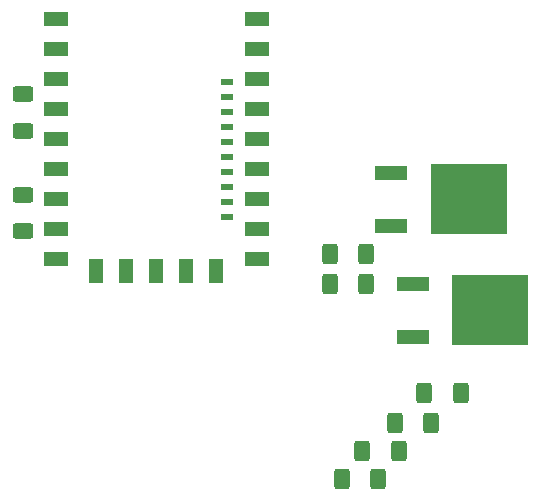
<source format=gbr>
%TF.GenerationSoftware,KiCad,Pcbnew,9.0.6*%
%TF.CreationDate,2026-01-14T19:17:06+00:00*%
%TF.ProjectId,Cinder,43696e64-6572-42e6-9b69-6361645f7063,rev?*%
%TF.SameCoordinates,Original*%
%TF.FileFunction,Paste,Bot*%
%TF.FilePolarity,Positive*%
%FSLAX46Y46*%
G04 Gerber Fmt 4.6, Leading zero omitted, Abs format (unit mm)*
G04 Created by KiCad (PCBNEW 9.0.6) date 2026-01-14 19:17:06*
%MOMM*%
%LPD*%
G01*
G04 APERTURE LIST*
G04 Aperture macros list*
%AMRoundRect*
0 Rectangle with rounded corners*
0 $1 Rounding radius*
0 $2 $3 $4 $5 $6 $7 $8 $9 X,Y pos of 4 corners*
0 Add a 4 corners polygon primitive as box body*
4,1,4,$2,$3,$4,$5,$6,$7,$8,$9,$2,$3,0*
0 Add four circle primitives for the rounded corners*
1,1,$1+$1,$2,$3*
1,1,$1+$1,$4,$5*
1,1,$1+$1,$6,$7*
1,1,$1+$1,$8,$9*
0 Add four rect primitives between the rounded corners*
20,1,$1+$1,$2,$3,$4,$5,0*
20,1,$1+$1,$4,$5,$6,$7,0*
20,1,$1+$1,$6,$7,$8,$9,0*
20,1,$1+$1,$8,$9,$2,$3,0*%
G04 Aperture macros list end*
%ADD10R,1.010000X0.610000*%
%ADD11R,2.000000X1.200000*%
%ADD12R,1.200000X2.000000*%
%ADD13RoundRect,0.250000X0.400000X0.625000X-0.400000X0.625000X-0.400000X-0.625000X0.400000X-0.625000X0*%
%ADD14R,2.800000X1.300000*%
%ADD15R,6.500000X6.000000*%
%ADD16RoundRect,0.250000X-0.400000X-0.625000X0.400000X-0.625000X0.400000X0.625000X-0.400000X0.625000X0*%
%ADD17RoundRect,0.250000X-0.625000X0.400000X-0.625000X-0.400000X0.625000X-0.400000X0.625000X0.400000X0*%
G04 APERTURE END LIST*
D10*
%TO.C,U1*%
X145990000Y-66690000D03*
X145990000Y-67960000D03*
X145990000Y-69230000D03*
X145990000Y-70500000D03*
X145990000Y-71770000D03*
X145990000Y-73030000D03*
X145990000Y-74300000D03*
X145990000Y-75570000D03*
X145990000Y-76840000D03*
X145990000Y-78110000D03*
D11*
X148500000Y-61300000D03*
X148500000Y-63840000D03*
X148500000Y-66380000D03*
X148500000Y-68920000D03*
X148500000Y-71460000D03*
X148500000Y-74000000D03*
X148500000Y-76540000D03*
X148500000Y-79080000D03*
X148500000Y-81620000D03*
D12*
X145080000Y-82700000D03*
X142540000Y-82700000D03*
X140000000Y-82700000D03*
X137460000Y-82700000D03*
X134920000Y-82700000D03*
D11*
X131500000Y-81620000D03*
X131500000Y-79080000D03*
X131500000Y-76540000D03*
X131500000Y-74000000D03*
X131500000Y-71460000D03*
X131500000Y-68920000D03*
X131500000Y-66380000D03*
X131500000Y-63840000D03*
X131500000Y-61300000D03*
%TD*%
D13*
%TO.C,R7*%
X162700000Y-93000000D03*
X165800000Y-93000000D03*
%TD*%
D14*
%TO.C,Q2*%
X161710000Y-83730000D03*
X161710000Y-88270000D03*
D15*
X168290000Y-86000000D03*
%TD*%
D16*
%TO.C,R4*%
X157800000Y-81250000D03*
X154700000Y-81250000D03*
%TD*%
D14*
%TO.C,Q1*%
X159910000Y-74330000D03*
X159910000Y-78870000D03*
D15*
X166490000Y-76600000D03*
%TD*%
D13*
%TO.C,R8*%
X158800000Y-100250000D03*
X155700000Y-100250000D03*
%TD*%
%TO.C,R6*%
X160550000Y-97900000D03*
X157450000Y-97900000D03*
%TD*%
%TO.C,R5*%
X163300000Y-95500000D03*
X160200000Y-95500000D03*
%TD*%
D17*
%TO.C,R2*%
X128750000Y-76200000D03*
X128750000Y-79300000D03*
%TD*%
%TO.C,R1*%
X128750000Y-67700000D03*
X128750000Y-70800000D03*
%TD*%
D16*
%TO.C,R3*%
X154700000Y-83750000D03*
X157800000Y-83750000D03*
%TD*%
M02*

</source>
